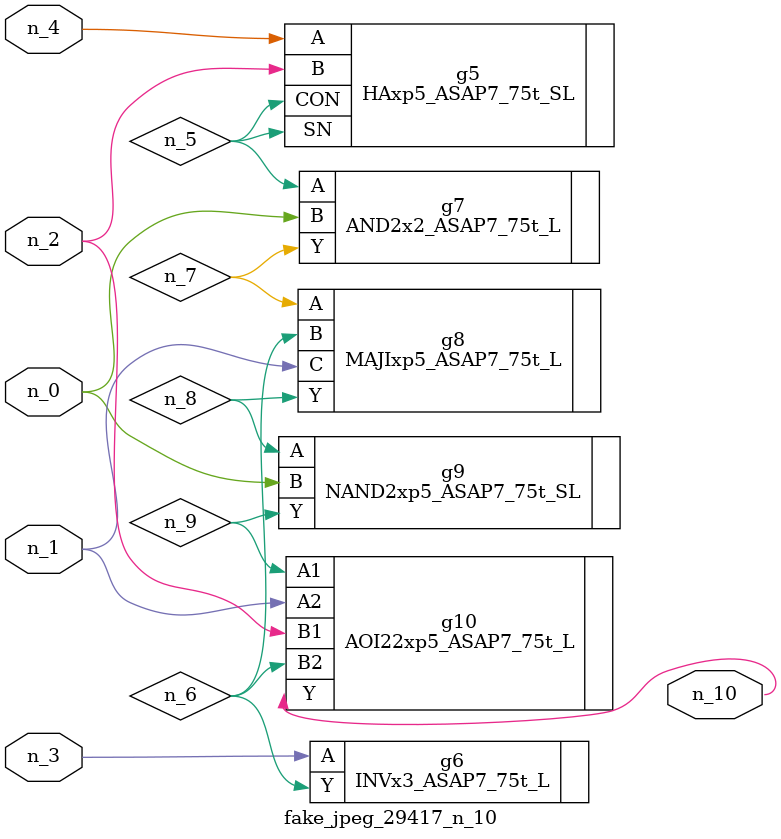
<source format=v>
module fake_jpeg_29417_n_10 (n_3, n_2, n_1, n_0, n_4, n_10);

input n_3;
input n_2;
input n_1;
input n_0;
input n_4;

output n_10;

wire n_8;
wire n_9;
wire n_6;
wire n_5;
wire n_7;

HAxp5_ASAP7_75t_SL g5 ( 
.A(n_4),
.B(n_2),
.CON(n_5),
.SN(n_5)
);

INVx3_ASAP7_75t_L g6 ( 
.A(n_3),
.Y(n_6)
);

AND2x2_ASAP7_75t_L g7 ( 
.A(n_5),
.B(n_0),
.Y(n_7)
);

MAJIxp5_ASAP7_75t_L g8 ( 
.A(n_7),
.B(n_6),
.C(n_1),
.Y(n_8)
);

NAND2xp5_ASAP7_75t_SL g9 ( 
.A(n_8),
.B(n_0),
.Y(n_9)
);

AOI22xp5_ASAP7_75t_L g10 ( 
.A1(n_9),
.A2(n_1),
.B1(n_2),
.B2(n_6),
.Y(n_10)
);


endmodule
</source>
